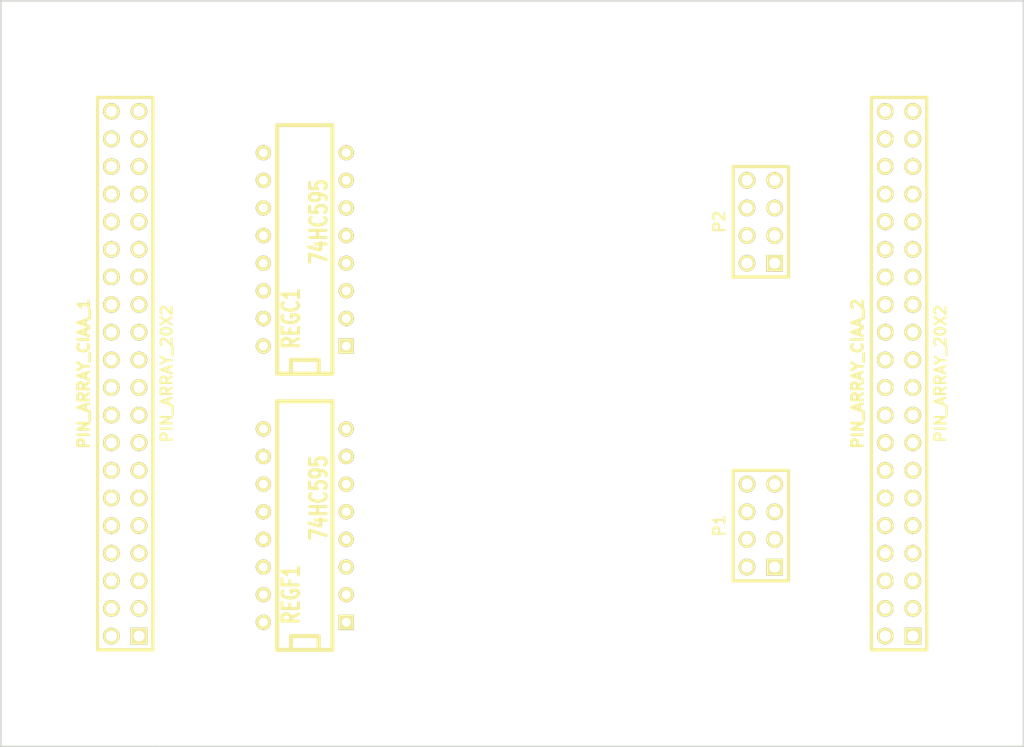
<source format=kicad_pcb>
(kicad_pcb (version 3) (host pcbnew "(2013-jul-07)-stable")

  (general
    (links 55)
    (no_connects 55)
    (area 132.004999 132.004999 226.135001 200.735001)
    (thickness 1.6)
    (drawings 13)
    (tracks 0)
    (zones 0)
    (modules 6)
    (nets 40)
  )

  (page A3)
  (layers
    (15 F.Cu signal)
    (0 B.Cu signal)
    (16 B.Adhes user)
    (17 F.Adhes user)
    (18 B.Paste user)
    (19 F.Paste user)
    (20 B.SilkS user)
    (21 F.SilkS user)
    (22 B.Mask user)
    (23 F.Mask user)
    (24 Dwgs.User user)
    (25 Cmts.User user)
    (26 Eco1.User user)
    (27 Eco2.User user hide)
    (28 Edge.Cuts user)
  )

  (setup
    (last_trace_width 1)
    (trace_clearance 0.254)
    (zone_clearance 0.508)
    (zone_45_only no)
    (trace_min 0.254)
    (segment_width 0.2)
    (edge_width 0.15)
    (via_size 0.889)
    (via_drill 0.635)
    (via_min_size 0.889)
    (via_min_drill 0.508)
    (uvia_size 0.508)
    (uvia_drill 0.127)
    (uvias_allowed no)
    (uvia_min_size 0.508)
    (uvia_min_drill 0.127)
    (pcb_text_width 0.3)
    (pcb_text_size 1 1)
    (mod_edge_width 0.15)
    (mod_text_size 1 1)
    (mod_text_width 0.15)
    (pad_size 1 1)
    (pad_drill 0.6)
    (pad_to_mask_clearance 0)
    (aux_axis_origin 0 0)
    (visible_elements FFFFFFBF)
    (pcbplotparams
      (layerselection 3178497)
      (usegerberextensions true)
      (excludeedgelayer true)
      (linewidth 0.150000)
      (plotframeref false)
      (viasonmask false)
      (mode 1)
      (useauxorigin false)
      (hpglpennumber 1)
      (hpglpenspeed 20)
      (hpglpendiameter 15)
      (hpglpenoverlay 2)
      (psnegative false)
      (psa4output false)
      (plotreference true)
      (plotvalue true)
      (plotothertext true)
      (plotinvisibletext false)
      (padsonsilk false)
      (subtractmaskfromsilk false)
      (outputformat 1)
      (mirror false)
      (drillshape 1)
      (scaleselection 1)
      (outputdirectory ""))
  )

  (net 0 "")
  (net 1 /poncho/GPIO2)
  (net 2 GND)
  (net 3 INT1_1)
  (net 4 INT2_1)
  (net 5 N-0000010)
  (net 6 N-0000011)
  (net 7 N-0000012)
  (net 8 N-0000013)
  (net 9 N-0000014)
  (net 10 N-0000015)
  (net 11 N-0000016)
  (net 12 N-0000017)
  (net 13 N-0000018)
  (net 14 N-0000019)
  (net 15 N-0000020)
  (net 16 N-0000021)
  (net 17 N-0000022)
  (net 18 N-000007)
  (net 19 N-000008)
  (net 20 N-000009)
  (net 21 PA0_1)
  (net 22 PA10_1)
  (net 23 PA11_1)
  (net 24 PA12_1)
  (net 25 PA13_1)
  (net 26 PA14_1)
  (net 27 PA15_1)
  (net 28 PA1_1)
  (net 29 PA2_1)
  (net 30 PA3_1)
  (net 31 PA4_1)
  (net 32 PA5_1)
  (net 33 PA6_1)
  (net 34 PA7_1)
  (net 35 PA8_1)
  (net 36 PA9_1)
  (net 37 PB4_1)
  (net 38 Tin1_cold_1)
  (net 39 VCC)

  (net_class Default "This is the default net class."
    (clearance 0.254)
    (trace_width 1)
    (via_dia 0.889)
    (via_drill 0.635)
    (uvia_dia 0.508)
    (uvia_drill 0.127)
    (add_net "")
    (add_net /poncho/GPIO2)
    (add_net GND)
    (add_net INT1_1)
    (add_net INT2_1)
    (add_net N-0000010)
    (add_net N-0000011)
    (add_net N-0000012)
    (add_net N-0000013)
    (add_net N-0000014)
    (add_net N-0000015)
    (add_net N-0000016)
    (add_net N-0000017)
    (add_net N-0000018)
    (add_net N-0000019)
    (add_net N-0000020)
    (add_net N-0000021)
    (add_net N-0000022)
    (add_net N-000007)
    (add_net N-000008)
    (add_net N-000009)
    (add_net PA0_1)
    (add_net PA10_1)
    (add_net PA11_1)
    (add_net PA12_1)
    (add_net PA13_1)
    (add_net PA14_1)
    (add_net PA15_1)
    (add_net PA1_1)
    (add_net PA2_1)
    (add_net PA3_1)
    (add_net PA4_1)
    (add_net PA5_1)
    (add_net PA6_1)
    (add_net PA7_1)
    (add_net PA8_1)
    (add_net PA9_1)
    (add_net PB4_1)
    (add_net Tin1_cold_1)
    (add_net VCC)
  )

  (module pin_array_4x2 (layer F.Cu) (tedit 3FAB90E6) (tstamp 562E0734)
    (at 201.93 180.34 90)
    (descr "Double rangee de contacts 2 x 4 pins")
    (tags CONN)
    (path /5631E1CA/5631E228)
    (fp_text reference P1 (at 0 -3.81 90) (layer F.SilkS)
      (effects (font (size 1.016 1.016) (thickness 0.2032)))
    )
    (fp_text value CONN_8 (at 0 3.81 90) (layer F.SilkS) hide
      (effects (font (size 1.016 1.016) (thickness 0.2032)))
    )
    (fp_line (start -5.08 -2.54) (end 5.08 -2.54) (layer F.SilkS) (width 0.3048))
    (fp_line (start 5.08 -2.54) (end 5.08 2.54) (layer F.SilkS) (width 0.3048))
    (fp_line (start 5.08 2.54) (end -5.08 2.54) (layer F.SilkS) (width 0.3048))
    (fp_line (start -5.08 2.54) (end -5.08 -2.54) (layer F.SilkS) (width 0.3048))
    (pad 1 thru_hole rect (at -3.81 1.27 90) (size 1.524 1.524) (drill 1.016)
      (layers *.Cu *.Mask F.SilkS)
      (net 17 N-0000022)
    )
    (pad 2 thru_hole circle (at -3.81 -1.27 90) (size 1.524 1.524) (drill 1.016)
      (layers *.Cu *.Mask F.SilkS)
      (net 5 N-0000010)
    )
    (pad 3 thru_hole circle (at -1.27 1.27 90) (size 1.524 1.524) (drill 1.016)
      (layers *.Cu *.Mask F.SilkS)
      (net 16 N-0000021)
    )
    (pad 4 thru_hole circle (at -1.27 -1.27 90) (size 1.524 1.524) (drill 1.016)
      (layers *.Cu *.Mask F.SilkS)
      (net 15 N-0000020)
    )
    (pad 5 thru_hole circle (at 1.27 1.27 90) (size 1.524 1.524) (drill 1.016)
      (layers *.Cu *.Mask F.SilkS)
      (net 14 N-0000019)
    )
    (pad 6 thru_hole circle (at 1.27 -1.27 90) (size 1.524 1.524) (drill 1.016)
      (layers *.Cu *.Mask F.SilkS)
      (net 13 N-0000018)
    )
    (pad 7 thru_hole circle (at 3.81 1.27 90) (size 1.524 1.524) (drill 1.016)
      (layers *.Cu *.Mask F.SilkS)
      (net 12 N-0000017)
    )
    (pad 8 thru_hole circle (at 3.81 -1.27 90) (size 1.524 1.524) (drill 1.016)
      (layers *.Cu *.Mask F.SilkS)
      (net 11 N-0000016)
    )
    (model pin_array/pins_array_4x2.wrl
      (at (xyz 0 0 0))
      (scale (xyz 1 1 1))
      (rotate (xyz 0 0 0))
    )
  )

  (module pin_array_4x2 (layer F.Cu) (tedit 3FAB90E6) (tstamp 562E0744)
    (at 201.93 152.4 90)
    (descr "Double rangee de contacts 2 x 4 pins")
    (tags CONN)
    (path /5631E1CA/5631E22E)
    (fp_text reference P2 (at 0 -3.81 90) (layer F.SilkS)
      (effects (font (size 1.016 1.016) (thickness 0.2032)))
    )
    (fp_text value CONN_8 (at 0 3.81 90) (layer F.SilkS) hide
      (effects (font (size 1.016 1.016) (thickness 0.2032)))
    )
    (fp_line (start -5.08 -2.54) (end 5.08 -2.54) (layer F.SilkS) (width 0.3048))
    (fp_line (start 5.08 -2.54) (end 5.08 2.54) (layer F.SilkS) (width 0.3048))
    (fp_line (start 5.08 2.54) (end -5.08 2.54) (layer F.SilkS) (width 0.3048))
    (fp_line (start -5.08 2.54) (end -5.08 -2.54) (layer F.SilkS) (width 0.3048))
    (pad 1 thru_hole rect (at -3.81 1.27 90) (size 1.524 1.524) (drill 1.016)
      (layers *.Cu *.Mask F.SilkS)
      (net 20 N-000009)
    )
    (pad 2 thru_hole circle (at -3.81 -1.27 90) (size 1.524 1.524) (drill 1.016)
      (layers *.Cu *.Mask F.SilkS)
      (net 10 N-0000015)
    )
    (pad 3 thru_hole circle (at -1.27 1.27 90) (size 1.524 1.524) (drill 1.016)
      (layers *.Cu *.Mask F.SilkS)
      (net 9 N-0000014)
    )
    (pad 4 thru_hole circle (at -1.27 -1.27 90) (size 1.524 1.524) (drill 1.016)
      (layers *.Cu *.Mask F.SilkS)
      (net 8 N-0000013)
    )
    (pad 5 thru_hole circle (at 1.27 1.27 90) (size 1.524 1.524) (drill 1.016)
      (layers *.Cu *.Mask F.SilkS)
      (net 7 N-0000012)
    )
    (pad 6 thru_hole circle (at 1.27 -1.27 90) (size 1.524 1.524) (drill 1.016)
      (layers *.Cu *.Mask F.SilkS)
      (net 6 N-0000011)
    )
    (pad 7 thru_hole circle (at 3.81 1.27 90) (size 1.524 1.524) (drill 1.016)
      (layers *.Cu *.Mask F.SilkS)
      (net 18 N-000007)
    )
    (pad 8 thru_hole circle (at 3.81 -1.27 90) (size 1.524 1.524) (drill 1.016)
      (layers *.Cu *.Mask F.SilkS)
      (net 19 N-000008)
    )
    (model pin_array/pins_array_4x2.wrl
      (at (xyz 0 0 0))
      (scale (xyz 1 1 1))
      (rotate (xyz 0 0 0))
    )
  )

  (module DIP-16__300 (layer F.Cu) (tedit 200000) (tstamp 562E0760)
    (at 160.02 180.34 90)
    (descr "16 pins DIL package, round pads")
    (tags DIL)
    (path /5631E1CA/5631E1FC)
    (fp_text reference REGF1 (at -6.35 -1.27 90) (layer F.SilkS)
      (effects (font (size 1.524 1.143) (thickness 0.3048)))
    )
    (fp_text value 74HC595 (at 2.54 1.27 90) (layer F.SilkS)
      (effects (font (size 1.524 1.143) (thickness 0.3048)))
    )
    (fp_line (start -11.43 -1.27) (end -11.43 -1.27) (layer F.SilkS) (width 0.381))
    (fp_line (start -11.43 -1.27) (end -10.16 -1.27) (layer F.SilkS) (width 0.381))
    (fp_line (start -10.16 -1.27) (end -10.16 1.27) (layer F.SilkS) (width 0.381))
    (fp_line (start -10.16 1.27) (end -11.43 1.27) (layer F.SilkS) (width 0.381))
    (fp_line (start -11.43 -2.54) (end 11.43 -2.54) (layer F.SilkS) (width 0.381))
    (fp_line (start 11.43 -2.54) (end 11.43 2.54) (layer F.SilkS) (width 0.381))
    (fp_line (start 11.43 2.54) (end -11.43 2.54) (layer F.SilkS) (width 0.381))
    (fp_line (start -11.43 2.54) (end -11.43 -2.54) (layer F.SilkS) (width 0.381))
    (pad 1 thru_hole rect (at -8.89 3.81 90) (size 1.397 1.397) (drill 0.8128)
      (layers *.Cu *.Mask F.SilkS)
      (net 5 N-0000010)
    )
    (pad 2 thru_hole circle (at -6.35 3.81 90) (size 1.397 1.397) (drill 0.8128)
      (layers *.Cu *.Mask F.SilkS)
      (net 16 N-0000021)
    )
    (pad 3 thru_hole circle (at -3.81 3.81 90) (size 1.397 1.397) (drill 0.8128)
      (layers *.Cu *.Mask F.SilkS)
      (net 15 N-0000020)
    )
    (pad 4 thru_hole circle (at -1.27 3.81 90) (size 1.397 1.397) (drill 0.8128)
      (layers *.Cu *.Mask F.SilkS)
      (net 14 N-0000019)
    )
    (pad 5 thru_hole circle (at 1.27 3.81 90) (size 1.397 1.397) (drill 0.8128)
      (layers *.Cu *.Mask F.SilkS)
      (net 13 N-0000018)
    )
    (pad 6 thru_hole circle (at 3.81 3.81 90) (size 1.397 1.397) (drill 0.8128)
      (layers *.Cu *.Mask F.SilkS)
      (net 12 N-0000017)
    )
    (pad 7 thru_hole circle (at 6.35 3.81 90) (size 1.397 1.397) (drill 0.8128)
      (layers *.Cu *.Mask F.SilkS)
      (net 11 N-0000016)
    )
    (pad 8 thru_hole circle (at 8.89 3.81 90) (size 1.397 1.397) (drill 0.8128)
      (layers *.Cu *.Mask F.SilkS)
      (net 2 GND)
    )
    (pad 9 thru_hole circle (at 8.89 -3.81 90) (size 1.397 1.397) (drill 0.8128)
      (layers *.Cu *.Mask F.SilkS)
    )
    (pad 10 thru_hole circle (at 6.35 -3.81 90) (size 1.397 1.397) (drill 0.8128)
      (layers *.Cu *.Mask F.SilkS)
      (net 39 VCC)
    )
    (pad 11 thru_hole circle (at 3.81 -3.81 90) (size 1.397 1.397) (drill 0.8128)
      (layers *.Cu *.Mask F.SilkS)
    )
    (pad 12 thru_hole circle (at 1.27 -3.81 90) (size 1.397 1.397) (drill 0.8128)
      (layers *.Cu *.Mask F.SilkS)
      (net 1 /poncho/GPIO2)
    )
    (pad 13 thru_hole circle (at -1.27 -3.81 90) (size 1.397 1.397) (drill 0.8128)
      (layers *.Cu *.Mask F.SilkS)
      (net 2 GND)
    )
    (pad 14 thru_hole circle (at -3.81 -3.81 90) (size 1.397 1.397) (drill 0.8128)
      (layers *.Cu *.Mask F.SilkS)
    )
    (pad 15 thru_hole circle (at -6.35 -3.81 90) (size 1.397 1.397) (drill 0.8128)
      (layers *.Cu *.Mask F.SilkS)
      (net 17 N-0000022)
    )
    (pad 16 thru_hole circle (at -8.89 -3.81 90) (size 1.397 1.397) (drill 0.8128)
      (layers *.Cu *.Mask F.SilkS)
      (net 39 VCC)
    )
    (model dil/dil_16.wrl
      (at (xyz 0 0 0))
      (scale (xyz 1 1 1))
      (rotate (xyz 0 0 0))
    )
  )

  (module DIP-16__300 (layer F.Cu) (tedit 200000) (tstamp 562E077C)
    (at 160.02 154.94 90)
    (descr "16 pins DIL package, round pads")
    (tags DIL)
    (path /5631E1CA/5631E202)
    (fp_text reference REGC1 (at -6.35 -1.27 90) (layer F.SilkS)
      (effects (font (size 1.524 1.143) (thickness 0.3048)))
    )
    (fp_text value 74HC595 (at 2.54 1.27 90) (layer F.SilkS)
      (effects (font (size 1.524 1.143) (thickness 0.3048)))
    )
    (fp_line (start -11.43 -1.27) (end -11.43 -1.27) (layer F.SilkS) (width 0.381))
    (fp_line (start -11.43 -1.27) (end -10.16 -1.27) (layer F.SilkS) (width 0.381))
    (fp_line (start -10.16 -1.27) (end -10.16 1.27) (layer F.SilkS) (width 0.381))
    (fp_line (start -10.16 1.27) (end -11.43 1.27) (layer F.SilkS) (width 0.381))
    (fp_line (start -11.43 -2.54) (end 11.43 -2.54) (layer F.SilkS) (width 0.381))
    (fp_line (start 11.43 -2.54) (end 11.43 2.54) (layer F.SilkS) (width 0.381))
    (fp_line (start 11.43 2.54) (end -11.43 2.54) (layer F.SilkS) (width 0.381))
    (fp_line (start -11.43 2.54) (end -11.43 -2.54) (layer F.SilkS) (width 0.381))
    (pad 1 thru_hole rect (at -8.89 3.81 90) (size 1.397 1.397) (drill 0.8128)
      (layers *.Cu *.Mask F.SilkS)
      (net 10 N-0000015)
    )
    (pad 2 thru_hole circle (at -6.35 3.81 90) (size 1.397 1.397) (drill 0.8128)
      (layers *.Cu *.Mask F.SilkS)
      (net 9 N-0000014)
    )
    (pad 3 thru_hole circle (at -3.81 3.81 90) (size 1.397 1.397) (drill 0.8128)
      (layers *.Cu *.Mask F.SilkS)
      (net 8 N-0000013)
    )
    (pad 4 thru_hole circle (at -1.27 3.81 90) (size 1.397 1.397) (drill 0.8128)
      (layers *.Cu *.Mask F.SilkS)
      (net 7 N-0000012)
    )
    (pad 5 thru_hole circle (at 1.27 3.81 90) (size 1.397 1.397) (drill 0.8128)
      (layers *.Cu *.Mask F.SilkS)
      (net 6 N-0000011)
    )
    (pad 6 thru_hole circle (at 3.81 3.81 90) (size 1.397 1.397) (drill 0.8128)
      (layers *.Cu *.Mask F.SilkS)
      (net 18 N-000007)
    )
    (pad 7 thru_hole circle (at 6.35 3.81 90) (size 1.397 1.397) (drill 0.8128)
      (layers *.Cu *.Mask F.SilkS)
      (net 19 N-000008)
    )
    (pad 8 thru_hole circle (at 8.89 3.81 90) (size 1.397 1.397) (drill 0.8128)
      (layers *.Cu *.Mask F.SilkS)
      (net 2 GND)
    )
    (pad 9 thru_hole circle (at 8.89 -3.81 90) (size 1.397 1.397) (drill 0.8128)
      (layers *.Cu *.Mask F.SilkS)
    )
    (pad 10 thru_hole circle (at 6.35 -3.81 90) (size 1.397 1.397) (drill 0.8128)
      (layers *.Cu *.Mask F.SilkS)
      (net 39 VCC)
    )
    (pad 11 thru_hole circle (at 3.81 -3.81 90) (size 1.397 1.397) (drill 0.8128)
      (layers *.Cu *.Mask F.SilkS)
    )
    (pad 12 thru_hole circle (at 1.27 -3.81 90) (size 1.397 1.397) (drill 0.8128)
      (layers *.Cu *.Mask F.SilkS)
      (net 1 /poncho/GPIO2)
    )
    (pad 13 thru_hole circle (at -1.27 -3.81 90) (size 1.397 1.397) (drill 0.8128)
      (layers *.Cu *.Mask F.SilkS)
      (net 2 GND)
    )
    (pad 14 thru_hole circle (at -3.81 -3.81 90) (size 1.397 1.397) (drill 0.8128)
      (layers *.Cu *.Mask F.SilkS)
    )
    (pad 15 thru_hole circle (at -6.35 -3.81 90) (size 1.397 1.397) (drill 0.8128)
      (layers *.Cu *.Mask F.SilkS)
      (net 20 N-000009)
    )
    (pad 16 thru_hole circle (at -8.89 -3.81 90) (size 1.397 1.397) (drill 0.8128)
      (layers *.Cu *.Mask F.SilkS)
      (net 39 VCC)
    )
    (model dil/dil_16.wrl
      (at (xyz 0 0 0))
      (scale (xyz 1 1 1))
      (rotate (xyz 0 0 0))
    )
  )

  (module PIN_ARRAY_20X2 (layer F.Cu) (tedit 5631EB9D) (tstamp 5631EAE3)
    (at 143.51 166.37 90)
    (descr "Double rangee de contacts 2 x 12 pins")
    (tags CONN)
    (fp_text reference PIN_ARRAY_CIAA_1 (at 0 -3.81 90) (layer F.SilkS)
      (effects (font (size 1.016 1.016) (thickness 0.254)))
    )
    (fp_text value PIN_ARRAY_20X2 (at 0 3.81 90) (layer F.SilkS)
      (effects (font (size 1.016 1.016) (thickness 0.2032)))
    )
    (fp_line (start 25.4 2.54) (end -25.4 2.54) (layer F.SilkS) (width 0.3048))
    (fp_line (start 25.4 -2.54) (end -25.4 -2.54) (layer F.SilkS) (width 0.3048))
    (fp_line (start 25.4 -2.54) (end 25.4 2.54) (layer F.SilkS) (width 0.3048))
    (fp_line (start -25.4 -2.54) (end -25.4 2.54) (layer F.SilkS) (width 0.3048))
    (pad 1 thru_hole rect (at -24.13 1.27 90) (size 1.524 1.524) (drill 1.016)
      (layers *.Cu *.Mask F.SilkS)
    )
    (pad 2 thru_hole circle (at -24.13 -1.27 90) (size 1.524 1.524) (drill 1.016)
      (layers *.Cu *.Mask F.SilkS)
      (net 2 GND)
    )
    (pad 11 thru_hole circle (at -11.43 1.27 90) (size 1.524 1.524) (drill 1.016)
      (layers *.Cu *.Mask F.SilkS)
      (net 35 PA8_1)
    )
    (pad 4 thru_hole circle (at -21.59 -1.27 90) (size 1.524 1.524) (drill 1.016)
      (layers *.Cu *.Mask F.SilkS)
      (net 28 PA1_1)
    )
    (pad 13 thru_hole circle (at -8.89 1.27 90) (size 1.524 1.524) (drill 1.016)
      (layers *.Cu *.Mask F.SilkS)
      (net 22 PA10_1)
    )
    (pad 6 thru_hole circle (at -19.05 -1.27 90) (size 1.524 1.524) (drill 1.016)
      (layers *.Cu *.Mask F.SilkS)
      (net 30 PA3_1)
    )
    (pad 15 thru_hole circle (at -6.35 1.27 90) (size 1.524 1.524) (drill 1.016)
      (layers *.Cu *.Mask F.SilkS)
      (net 24 PA12_1)
    )
    (pad 8 thru_hole circle (at -16.51 -1.27 90) (size 1.524 1.524) (drill 1.016)
      (layers *.Cu *.Mask F.SilkS)
      (net 32 PA5_1)
    )
    (pad 17 thru_hole circle (at -3.81 1.27 90) (size 1.524 1.524) (drill 1.016)
      (layers *.Cu *.Mask F.SilkS)
      (net 26 PA14_1)
    )
    (pad 10 thru_hole circle (at -13.97 -1.27 90) (size 1.524 1.524) (drill 1.016)
      (layers *.Cu *.Mask F.SilkS)
      (net 34 PA7_1)
    )
    (pad 19 thru_hole circle (at -1.27 1.27 90) (size 1.524 1.524) (drill 1.016)
      (layers *.Cu *.Mask F.SilkS)
    )
    (pad 12 thru_hole circle (at -11.43 -1.27 90) (size 1.524 1.524) (drill 1.016)
      (layers *.Cu *.Mask F.SilkS)
      (net 36 PA9_1)
    )
    (pad 21 thru_hole circle (at 1.27 1.27 90) (size 1.524 1.524) (drill 1.016)
      (layers *.Cu *.Mask F.SilkS)
    )
    (pad 14 thru_hole circle (at -8.89 -1.27 90) (size 1.524 1.524) (drill 1.016)
      (layers *.Cu *.Mask F.SilkS)
      (net 23 PA11_1)
    )
    (pad 23 thru_hole circle (at 3.81 1.27 90) (size 1.524 1.524) (drill 1.016)
      (layers *.Cu *.Mask F.SilkS)
      (net 3 INT1_1)
    )
    (pad 16 thru_hole circle (at -6.35 -1.27 90) (size 1.524 1.524) (drill 1.016)
      (layers *.Cu *.Mask F.SilkS)
      (net 25 PA13_1)
    )
    (pad 25 thru_hole circle (at 6.35 1.27 90) (size 1.524 1.524) (drill 1.016)
      (layers *.Cu *.Mask F.SilkS)
    )
    (pad 18 thru_hole circle (at -3.81 -1.27 90) (size 1.524 1.524) (drill 1.016)
      (layers *.Cu *.Mask F.SilkS)
      (net 27 PA15_1)
    )
    (pad 27 thru_hole circle (at 8.89 1.27 90) (size 1.524 1.524) (drill 1.016)
      (layers *.Cu *.Mask F.SilkS)
    )
    (pad 20 thru_hole circle (at -1.27 -1.27 90) (size 1.524 1.524) (drill 1.016)
      (layers *.Cu *.Mask F.SilkS)
    )
    (pad 29 thru_hole circle (at 11.43 1.27 90) (size 1.524 1.524) (drill 1.016)
      (layers *.Cu *.Mask F.SilkS)
      (net 39 VCC)
    )
    (pad 22 thru_hole circle (at 1.27 -1.27 90) (size 1.524 1.524) (drill 1.016)
      (layers *.Cu *.Mask F.SilkS)
    )
    (pad 31 thru_hole circle (at 13.97 1.27 90) (size 1.524 1.524) (drill 1.016)
      (layers *.Cu *.Mask F.SilkS)
      (net 39 VCC)
    )
    (pad 24 thru_hole circle (at 3.81 -1.27 90) (size 1.524 1.524) (drill 1.016)
      (layers *.Cu *.Mask F.SilkS)
      (net 4 INT2_1)
    )
    (pad 26 thru_hole circle (at 6.35 -1.27 90) (size 1.524 1.524) (drill 1.016)
      (layers *.Cu *.Mask F.SilkS)
    )
    (pad 33 thru_hole circle (at 16.51 1.27 90) (size 1.524 1.524) (drill 1.016)
      (layers *.Cu *.Mask F.SilkS)
      (net 38 Tin1_cold_1)
    )
    (pad 28 thru_hole circle (at 8.89 -1.27 90) (size 1.524 1.524) (drill 1.016)
      (layers *.Cu *.Mask F.SilkS)
      (net 27 PA15_1)
    )
    (pad 32 thru_hole circle (at 13.97 -1.27 90) (size 1.524 1.524) (drill 1.016)
      (layers *.Cu *.Mask F.SilkS)
      (net 2 GND)
    )
    (pad 34 thru_hole circle (at 16.51 -1.27 90) (size 1.524 1.524) (drill 1.016)
      (layers *.Cu *.Mask F.SilkS)
    )
    (pad 36 thru_hole circle (at 19.05 -1.27 90) (size 1.524 1.524) (drill 1.016)
      (layers *.Cu *.Mask F.SilkS)
    )
    (pad 38 thru_hole circle (at 21.59 -1.27 90) (size 1.524 1.524) (drill 1.016)
      (layers *.Cu *.Mask F.SilkS)
    )
    (pad 35 thru_hole circle (at 19.05 1.27 90) (size 1.524 1.524) (drill 1.016)
      (layers *.Cu *.Mask F.SilkS)
    )
    (pad 37 thru_hole circle (at 21.59 1.27 90) (size 1.524 1.524) (drill 1.016)
      (layers *.Cu *.Mask F.SilkS)
      (net 37 PB4_1)
    )
    (pad 3 thru_hole circle (at -21.59 1.27 90) (size 1.524 1.524) (drill 1.016)
      (layers *.Cu *.Mask F.SilkS)
      (net 21 PA0_1)
    )
    (pad 5 thru_hole circle (at -19.05 1.27 90) (size 1.524 1.524) (drill 1.016)
      (layers *.Cu *.Mask F.SilkS)
      (net 29 PA2_1)
    )
    (pad 7 thru_hole circle (at -16.51 1.27 90) (size 1.524 1.524) (drill 1.016)
      (layers *.Cu *.Mask F.SilkS)
      (net 31 PA4_1)
    )
    (pad 9 thru_hole circle (at -13.97 1.27 90) (size 1.524 1.524) (drill 1.016)
      (layers *.Cu *.Mask F.SilkS)
      (net 33 PA6_1)
    )
    (pad 39 thru_hole circle (at 24.13 1.27 90) (size 1.524 1.524) (drill 1.016)
      (layers *.Cu *.Mask F.SilkS)
    )
    (pad 40 thru_hole circle (at 24.13 -1.27 90) (size 1.524 1.524) (drill 1.016)
      (layers *.Cu *.Mask F.SilkS)
    )
    (pad 30 thru_hole circle (at 11.43 -1.27 90) (size 1.524 1.524) (drill 1.016)
      (layers *.Cu *.Mask F.SilkS)
      (net 2 GND)
    )
    (model pin_array/pins_array_20x2.wrl
      (at (xyz 0 0 0))
      (scale (xyz 1 1 1))
      (rotate (xyz 0 0 0))
    )
  )

  (module PIN_ARRAY_20X2 (layer F.Cu) (tedit 5631EBAD) (tstamp 5631EBA8)
    (at 214.63 166.37 90)
    (descr "Double rangee de contacts 2 x 12 pins")
    (tags CONN)
    (fp_text reference PIN_ARRAY_CIAA_2 (at 0 -3.81 90) (layer F.SilkS)
      (effects (font (size 1.016 1.016) (thickness 0.254)))
    )
    (fp_text value PIN_ARRAY_20X2 (at 0 3.81 90) (layer F.SilkS)
      (effects (font (size 1.016 1.016) (thickness 0.2032)))
    )
    (fp_line (start 25.4 2.54) (end -25.4 2.54) (layer F.SilkS) (width 0.3048))
    (fp_line (start 25.4 -2.54) (end -25.4 -2.54) (layer F.SilkS) (width 0.3048))
    (fp_line (start 25.4 -2.54) (end 25.4 2.54) (layer F.SilkS) (width 0.3048))
    (fp_line (start -25.4 -2.54) (end -25.4 2.54) (layer F.SilkS) (width 0.3048))
    (pad 1 thru_hole rect (at -24.13 1.27 90) (size 1.524 1.524) (drill 1.016)
      (layers *.Cu *.Mask F.SilkS)
    )
    (pad 2 thru_hole circle (at -24.13 -1.27 90) (size 1.524 1.524) (drill 1.016)
      (layers *.Cu *.Mask F.SilkS)
      (net 2 GND)
    )
    (pad 11 thru_hole circle (at -11.43 1.27 90) (size 1.524 1.524) (drill 1.016)
      (layers *.Cu *.Mask F.SilkS)
      (net 35 PA8_1)
    )
    (pad 4 thru_hole circle (at -21.59 -1.27 90) (size 1.524 1.524) (drill 1.016)
      (layers *.Cu *.Mask F.SilkS)
      (net 28 PA1_1)
    )
    (pad 13 thru_hole circle (at -8.89 1.27 90) (size 1.524 1.524) (drill 1.016)
      (layers *.Cu *.Mask F.SilkS)
      (net 22 PA10_1)
    )
    (pad 6 thru_hole circle (at -19.05 -1.27 90) (size 1.524 1.524) (drill 1.016)
      (layers *.Cu *.Mask F.SilkS)
      (net 30 PA3_1)
    )
    (pad 15 thru_hole circle (at -6.35 1.27 90) (size 1.524 1.524) (drill 1.016)
      (layers *.Cu *.Mask F.SilkS)
      (net 24 PA12_1)
    )
    (pad 8 thru_hole circle (at -16.51 -1.27 90) (size 1.524 1.524) (drill 1.016)
      (layers *.Cu *.Mask F.SilkS)
      (net 32 PA5_1)
    )
    (pad 17 thru_hole circle (at -3.81 1.27 90) (size 1.524 1.524) (drill 1.016)
      (layers *.Cu *.Mask F.SilkS)
      (net 26 PA14_1)
    )
    (pad 10 thru_hole circle (at -13.97 -1.27 90) (size 1.524 1.524) (drill 1.016)
      (layers *.Cu *.Mask F.SilkS)
      (net 34 PA7_1)
    )
    (pad 19 thru_hole circle (at -1.27 1.27 90) (size 1.524 1.524) (drill 1.016)
      (layers *.Cu *.Mask F.SilkS)
    )
    (pad 12 thru_hole circle (at -11.43 -1.27 90) (size 1.524 1.524) (drill 1.016)
      (layers *.Cu *.Mask F.SilkS)
      (net 36 PA9_1)
    )
    (pad 21 thru_hole circle (at 1.27 1.27 90) (size 1.524 1.524) (drill 1.016)
      (layers *.Cu *.Mask F.SilkS)
    )
    (pad 14 thru_hole circle (at -8.89 -1.27 90) (size 1.524 1.524) (drill 1.016)
      (layers *.Cu *.Mask F.SilkS)
      (net 23 PA11_1)
    )
    (pad 23 thru_hole circle (at 3.81 1.27 90) (size 1.524 1.524) (drill 1.016)
      (layers *.Cu *.Mask F.SilkS)
      (net 3 INT1_1)
    )
    (pad 16 thru_hole circle (at -6.35 -1.27 90) (size 1.524 1.524) (drill 1.016)
      (layers *.Cu *.Mask F.SilkS)
      (net 25 PA13_1)
    )
    (pad 25 thru_hole circle (at 6.35 1.27 90) (size 1.524 1.524) (drill 1.016)
      (layers *.Cu *.Mask F.SilkS)
    )
    (pad 18 thru_hole circle (at -3.81 -1.27 90) (size 1.524 1.524) (drill 1.016)
      (layers *.Cu *.Mask F.SilkS)
      (net 27 PA15_1)
    )
    (pad 27 thru_hole circle (at 8.89 1.27 90) (size 1.524 1.524) (drill 1.016)
      (layers *.Cu *.Mask F.SilkS)
    )
    (pad 20 thru_hole circle (at -1.27 -1.27 90) (size 1.524 1.524) (drill 1.016)
      (layers *.Cu *.Mask F.SilkS)
    )
    (pad 29 thru_hole circle (at 11.43 1.27 90) (size 1.524 1.524) (drill 1.016)
      (layers *.Cu *.Mask F.SilkS)
      (net 39 VCC)
    )
    (pad 22 thru_hole circle (at 1.27 -1.27 90) (size 1.524 1.524) (drill 1.016)
      (layers *.Cu *.Mask F.SilkS)
    )
    (pad 31 thru_hole circle (at 13.97 1.27 90) (size 1.524 1.524) (drill 1.016)
      (layers *.Cu *.Mask F.SilkS)
      (net 39 VCC)
    )
    (pad 24 thru_hole circle (at 3.81 -1.27 90) (size 1.524 1.524) (drill 1.016)
      (layers *.Cu *.Mask F.SilkS)
      (net 4 INT2_1)
    )
    (pad 26 thru_hole circle (at 6.35 -1.27 90) (size 1.524 1.524) (drill 1.016)
      (layers *.Cu *.Mask F.SilkS)
    )
    (pad 33 thru_hole circle (at 16.51 1.27 90) (size 1.524 1.524) (drill 1.016)
      (layers *.Cu *.Mask F.SilkS)
      (net 38 Tin1_cold_1)
    )
    (pad 28 thru_hole circle (at 8.89 -1.27 90) (size 1.524 1.524) (drill 1.016)
      (layers *.Cu *.Mask F.SilkS)
      (net 27 PA15_1)
    )
    (pad 32 thru_hole circle (at 13.97 -1.27 90) (size 1.524 1.524) (drill 1.016)
      (layers *.Cu *.Mask F.SilkS)
      (net 2 GND)
    )
    (pad 34 thru_hole circle (at 16.51 -1.27 90) (size 1.524 1.524) (drill 1.016)
      (layers *.Cu *.Mask F.SilkS)
    )
    (pad 36 thru_hole circle (at 19.05 -1.27 90) (size 1.524 1.524) (drill 1.016)
      (layers *.Cu *.Mask F.SilkS)
    )
    (pad 38 thru_hole circle (at 21.59 -1.27 90) (size 1.524 1.524) (drill 1.016)
      (layers *.Cu *.Mask F.SilkS)
    )
    (pad 35 thru_hole circle (at 19.05 1.27 90) (size 1.524 1.524) (drill 1.016)
      (layers *.Cu *.Mask F.SilkS)
    )
    (pad 37 thru_hole circle (at 21.59 1.27 90) (size 1.524 1.524) (drill 1.016)
      (layers *.Cu *.Mask F.SilkS)
      (net 37 PB4_1)
    )
    (pad 3 thru_hole circle (at -21.59 1.27 90) (size 1.524 1.524) (drill 1.016)
      (layers *.Cu *.Mask F.SilkS)
      (net 21 PA0_1)
    )
    (pad 5 thru_hole circle (at -19.05 1.27 90) (size 1.524 1.524) (drill 1.016)
      (layers *.Cu *.Mask F.SilkS)
      (net 29 PA2_1)
    )
    (pad 7 thru_hole circle (at -16.51 1.27 90) (size 1.524 1.524) (drill 1.016)
      (layers *.Cu *.Mask F.SilkS)
      (net 31 PA4_1)
    )
    (pad 9 thru_hole circle (at -13.97 1.27 90) (size 1.524 1.524) (drill 1.016)
      (layers *.Cu *.Mask F.SilkS)
      (net 33 PA6_1)
    )
    (pad 39 thru_hole circle (at 24.13 1.27 90) (size 1.524 1.524) (drill 1.016)
      (layers *.Cu *.Mask F.SilkS)
    )
    (pad 40 thru_hole circle (at 24.13 -1.27 90) (size 1.524 1.524) (drill 1.016)
      (layers *.Cu *.Mask F.SilkS)
    )
    (pad 30 thru_hole circle (at 11.43 -1.27 90) (size 1.524 1.524) (drill 1.016)
      (layers *.Cu *.Mask F.SilkS)
      (net 2 GND)
    )
    (model pin_array/pins_array_20x2.wrl
      (at (xyz 0 0 0))
      (scale (xyz 1 1 1))
      (rotate (xyz 0 0 0))
    )
  )

  (gr_line (start 222.25 132.08) (end 217.17 132.08) (angle 90) (layer Edge.Cuts) (width 0.15))
  (gr_line (start 132.08 200.66) (end 146.05 200.66) (angle 90) (layer Edge.Cuts) (width 0.15))
  (gr_line (start 132.08 191.77) (end 132.08 200.66) (angle 90) (layer Edge.Cuts) (width 0.15))
  (gr_line (start 226.06 132.08) (end 222.25 132.08) (angle 90) (layer Edge.Cuts) (width 0.15))
  (gr_line (start 226.06 200.66) (end 226.06 132.08) (angle 90) (layer Edge.Cuts) (width 0.15))
  (gr_line (start 146.05 200.66) (end 226.06 200.66) (angle 90) (layer Edge.Cuts) (width 0.15))
  (dimension 8.89 (width 0.25) (layer Eco2.User)
    (gr_text 8,890mm (at 144.509999 196.215 270) (layer Eco2.User)
      (effects (font (size 1 1) (thickness 0.25)))
    )
    (feature1 (pts (xy 142.24 200.66) (xy 145.509999 200.66)))
    (feature2 (pts (xy 142.24 191.77) (xy 145.509999 191.77)))
    (crossbar (pts (xy 143.509999 191.77) (xy 143.509999 200.66)))
    (arrow1a (pts (xy 143.509999 200.66) (xy 142.923579 199.533497)))
    (arrow1b (pts (xy 143.509999 200.66) (xy 144.096419 199.533497)))
    (arrow2a (pts (xy 143.509999 191.77) (xy 142.923579 192.896503)))
    (arrow2b (pts (xy 143.509999 191.77) (xy 144.096419 192.896503)))
  )
  (gr_line (start 132.08 132.08) (end 132.08 191.77) (angle 90) (layer Edge.Cuts) (width 0.15))
  (gr_line (start 217.17 132.08) (end 132.08 132.08) (angle 90) (layer Edge.Cuts) (width 0.15))
  (dimension 8.89 (width 0.25) (layer Eco2.User)
    (gr_text 8,890mm (at 136.525 197.849999) (layer Eco2.User)
      (effects (font (size 1 1) (thickness 0.25)))
    )
    (feature1 (pts (xy 132.08 191.77) (xy 132.08 198.849999)))
    (feature2 (pts (xy 140.97 191.77) (xy 140.97 198.849999)))
    (crossbar (pts (xy 140.97 196.849999) (xy 132.08 196.849999)))
    (arrow1a (pts (xy 132.08 196.849999) (xy 133.206503 196.263579)))
    (arrow1b (pts (xy 132.08 196.849999) (xy 133.206503 197.436419)))
    (arrow2a (pts (xy 140.97 196.849999) (xy 139.843497 196.263579)))
    (arrow2b (pts (xy 140.97 196.849999) (xy 139.843497 197.436419)))
  )
  (dimension 8.89 (width 0.25) (layer Eco2.User)
    (gr_text 8,890mm (at 220.71 136.525 90) (layer Eco2.User)
      (effects (font (size 1 1) (thickness 0.25)))
    )
    (feature1 (pts (xy 217.17 132.08) (xy 221.71 132.08)))
    (feature2 (pts (xy 217.17 140.97) (xy 221.71 140.97)))
    (crossbar (pts (xy 219.71 140.97) (xy 219.71 132.08)))
    (arrow1a (pts (xy 219.71 132.08) (xy 220.29642 133.206503)))
    (arrow1b (pts (xy 219.71 132.08) (xy 219.12358 133.206503)))
    (arrow2a (pts (xy 219.71 140.97) (xy 220.29642 139.843497)))
    (arrow2b (pts (xy 219.71 140.97) (xy 219.12358 139.843497)))
  )
  (dimension 8.89 (width 0.25) (layer Eco2.User)
    (gr_text 8,890mm (at 221.615 197.849999) (layer Eco2.User)
      (effects (font (size 1 1) (thickness 0.25)))
    )
    (feature1 (pts (xy 226.06 191.77) (xy 226.06 198.849999)))
    (feature2 (pts (xy 217.17 191.77) (xy 217.17 198.849999)))
    (crossbar (pts (xy 217.17 196.849999) (xy 226.06 196.849999)))
    (arrow1a (pts (xy 226.06 196.849999) (xy 224.933497 197.436419)))
    (arrow1b (pts (xy 226.06 196.849999) (xy 224.933497 196.263579)))
    (arrow2a (pts (xy 217.17 196.849999) (xy 218.296503 197.436419)))
    (arrow2b (pts (xy 217.17 196.849999) (xy 218.296503 196.263579)))
  )
  (dimension 66.04 (width 0.25) (layer Eco2.User)
    (gr_text 66,040mm (at 179.07 197.85) (layer Eco2.User)
      (effects (font (size 1 1) (thickness 0.25)))
    )
    (feature1 (pts (xy 212.09 194.31) (xy 212.09 198.85)))
    (feature2 (pts (xy 146.05 194.31) (xy 146.05 198.85)))
    (crossbar (pts (xy 146.05 196.85) (xy 212.09 196.85)))
    (arrow1a (pts (xy 212.09 196.85) (xy 210.963497 197.43642)))
    (arrow1b (pts (xy 212.09 196.85) (xy 210.963497 196.26358)))
    (arrow2a (pts (xy 146.05 196.85) (xy 147.176503 197.43642)))
    (arrow2b (pts (xy 146.05 196.85) (xy 147.176503 196.26358)))
  )

)

</source>
